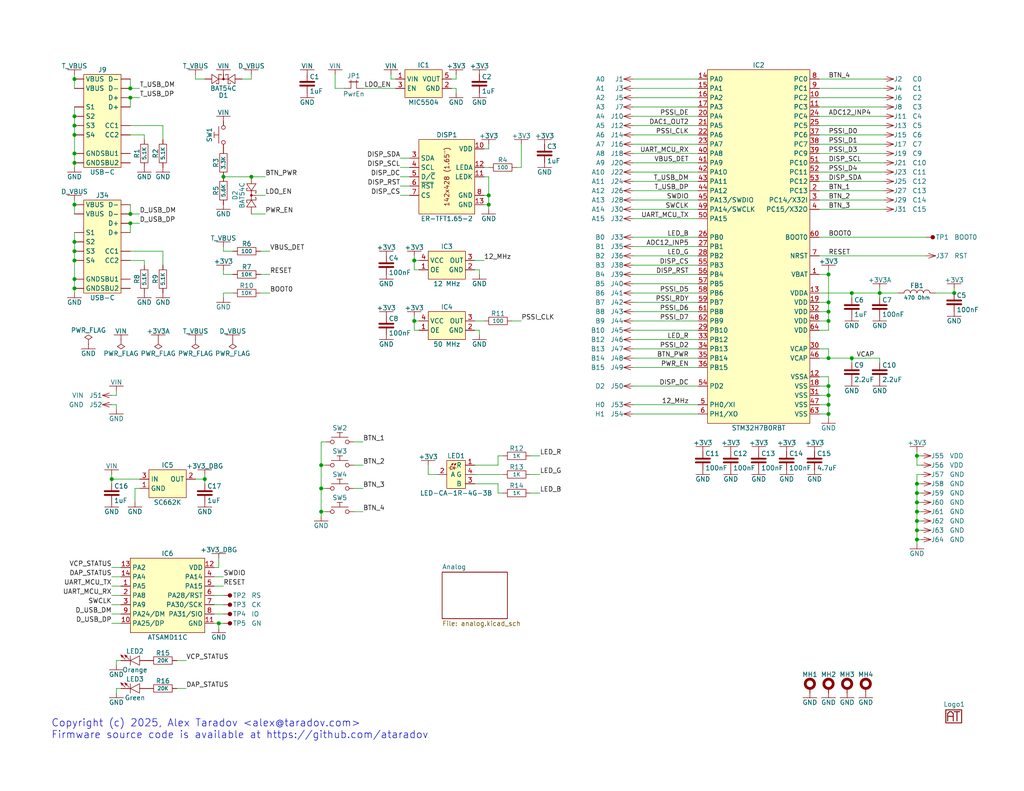
<source format=kicad_sch>
(kicad_sch (version 20250114) (generator "eeschema") (generator_version "9.0")
  (paper "USLetter")
  (title_block (date "2025-08-16") (rev "1"))
  (text "Copyright (c) 2025, Alex Taradov <alex@taradov.com>\nFirmware source code is available at https://github.com/ataradov" (at 13.97 201.93 0) (effects (font (size 2 2)) (justify left bottom)))
  (junction (at 232.41 97.79))
  (junction (at 59.69 170.18))
  (junction (at 87.63 127))
  (junction (at 250.19 124.46))
  (junction (at 113.03 87.63))
  (junction (at 133.35 53.34))
  (junction (at 20.32 41.91))
  (junction (at 20.32 55.88))
  (junction (at 20.32 44.45))
  (junction (at 20.32 68.58))
  (junction (at 226.06 97.79))
  (junction (at 87.63 133.35))
  (junction (at 250.19 132.08))
  (junction (at 226.06 87.63))
  (junction (at 20.32 76.2))
  (junction (at 250.19 134.62))
  (junction (at 20.32 78.74))
  (junction (at 250.19 137.16))
  (junction (at 232.41 80.01))
  (junction (at 30.48 130.81))
  (junction (at 260.35 80.01))
  (junction (at 20.32 34.29))
  (junction (at 226.06 85.09))
  (junction (at 226.06 105.41))
  (junction (at 55.88 130.81))
  (junction (at 250.19 139.7))
  (junction (at 226.06 74.93))
  (junction (at 240.03 80.01))
  (junction (at 35.56 60.96))
  (junction (at 35.56 26.67))
  (junction (at 250.19 147.32))
  (junction (at 20.32 36.83))
  (junction (at 226.06 82.55))
  (junction (at 133.35 55.88))
  (junction (at 226.06 107.95))
  (junction (at 20.32 71.12))
  (junction (at 35.56 24.13))
  (junction (at 20.32 31.75))
  (junction (at 250.19 142.24))
  (junction (at 60.96 48.26))
  (junction (at 20.32 66.04))
  (junction (at 35.56 58.42))
  (junction (at 250.19 144.78))
  (junction (at 226.06 113.03))
  (junction (at 113.03 71.12))
  (junction (at 226.06 110.49))
  (junction (at 87.63 139.7))
  (junction (at 68.58 48.26))
  (junction (at 20.32 21.59))
  (wire (pts (xy 60.96 73.66) (xy 60.96 74.93)))
  (wire (pts (xy 172.72 21.59) (xy 190.5 21.59)))
  (wire (pts (xy 109.22 45.72) (xy 111.76 45.72)))
  (wire (pts (xy 58.42 167.64) (xy 60.96 167.64)))
  (wire (pts (xy 135.89 132.08) (xy 129.54 132.08)))
  (wire (pts (xy 172.72 113.03) (xy 190.5 113.03)))
  (wire (pts (xy 255.27 80.01) (xy 260.35 80.01)))
  (wire (pts (xy 172.72 49.53) (xy 190.5 49.53)))
  (wire (pts (xy 240.03 97.79) (xy 240.03 99.06)))
  (wire (pts (xy 172.72 80.01) (xy 190.5 80.01)))
  (wire (pts (xy 144.78 134.62) (xy 147.32 134.62)))
  (wire (pts (xy 172.72 67.31) (xy 190.5 67.31)))
  (wire (pts (xy 107.95 21.59) (xy 106.68 21.59)))
  (wire (pts (xy 172.72 34.29) (xy 190.5 34.29)))
  (wire (pts (xy 31.75 189.23) (xy 31.75 187.96)))
  (wire (pts (xy 113.03 86.36) (xy 113.03 87.63)))
  (wire (pts (xy 250.19 137.16) (xy 251.46 137.16)))
  (wire (pts (xy 99.06 24.13) (xy 107.95 24.13)))
  (wire (pts (xy 109.22 48.26) (xy 111.76 48.26)))
  (wire (pts (xy 113.03 71.12) (xy 113.03 73.66)))
  (wire (pts (xy 20.32 66.04) (xy 20.32 68.58)))
  (wire (pts (xy 132.08 55.88) (xy 133.35 55.88)))
  (wire (pts (xy 124.46 24.13) (xy 124.46 25.4)))
  (wire (pts (xy 35.56 55.88) (xy 35.56 58.42)))
  (wire (pts (xy 135.89 124.46) (xy 135.89 127)))
  (wire (pts (xy 30.48 167.64) (xy 33.02 167.64)))
  (wire (pts (xy 30.48 160.02) (xy 33.02 160.02)))
  (wire (pts (xy 240.03 80.01) (xy 232.41 80.01)))
  (wire (pts (xy 20.32 76.2) (xy 20.32 78.74)))
  (wire (pts (xy 66.04 21.59) (xy 68.58 21.59)))
  (wire (pts (xy 48.26 180.34) (xy 50.8 180.34)))
  (wire (pts (xy 39.37 36.83) (xy 39.37 38.1)))
  (wire (pts (xy 30.48 165.1) (xy 33.02 165.1)))
  (wire (pts (xy 250.19 137.16) (xy 250.19 139.7)))
  (wire (pts (xy 31.75 187.96) (xy 33.02 187.96)))
  (wire (pts (xy 172.72 41.91) (xy 190.5 41.91)))
  (wire (pts (xy 30.48 154.94) (xy 33.02 154.94)))
  (wire (pts (xy 58.42 157.48) (xy 60.96 157.48)))
  (wire (pts (xy 87.63 120.65) (xy 87.63 127)))
  (wire (pts (xy 142.24 45.72) (xy 142.24 39.37)))
  (wire (pts (xy 223.52 21.59) (xy 241.3 21.59)))
  (wire (pts (xy 59.69 152.4) (xy 59.69 154.94)))
  (wire (pts (xy 30.48 129.54) (xy 30.48 130.81)))
  (wire (pts (xy 35.56 60.96) (xy 38.1 60.96)))
  (wire (pts (xy 113.03 73.66) (xy 114.3 73.66)))
  (wire (pts (xy 250.19 132.08) (xy 250.19 134.62)))
  (wire (pts (xy 172.72 69.85) (xy 190.5 69.85)))
  (wire (pts (xy 144.78 129.54) (xy 147.32 129.54)))
  (wire (pts (xy 68.58 48.26) (xy 72.39 48.26)))
  (wire (pts (xy 132.08 48.26) (xy 133.35 48.26)))
  (wire (pts (xy 96.52 127) (xy 99.06 127)))
  (wire (pts (xy 87.63 127) (xy 87.63 133.35)))
  (wire (pts (xy 223.52 52.07) (xy 241.3 52.07)))
  (wire (pts (xy 226.06 74.93) (xy 226.06 82.55)))
  (wire (pts (xy 251.46 129.54) (xy 250.19 129.54)))
  (wire (pts (xy 172.72 74.93) (xy 190.5 74.93)))
  (wire (pts (xy 172.72 26.67) (xy 190.5 26.67)))
  (wire (pts (xy 223.52 34.29) (xy 241.3 34.29)))
  (wire (pts (xy 109.22 53.34) (xy 111.76 53.34)))
  (wire (pts (xy 30.48 157.48) (xy 33.02 157.48)))
  (wire (pts (xy 232.41 80.01) (xy 232.41 81.28)))
  (wire (pts (xy 226.06 82.55) (xy 226.06 85.09)))
  (wire (pts (xy 68.58 21.59) (xy 68.58 20.32)))
  (wire (pts (xy 55.88 130.81) (xy 55.88 132.08)))
  (wire (pts (xy 144.78 124.46) (xy 147.32 124.46)))
  (wire (pts (xy 39.37 71.12) (xy 39.37 72.39)))
  (wire (pts (xy 132.08 40.64) (xy 133.35 40.64)))
  (wire (pts (xy 59.69 170.18) (xy 60.96 170.18)))
  (wire (pts (xy 226.06 97.79) (xy 232.41 97.79)))
  (wire (pts (xy 87.63 127) (xy 88.9 127)))
  (wire (pts (xy 123.19 21.59) (xy 124.46 21.59)))
  (wire (pts (xy 172.72 46.99) (xy 190.5 46.99)))
  (wire (pts (xy 59.69 170.18) (xy 59.69 171.45)))
  (wire (pts (xy 223.52 87.63) (xy 226.06 87.63)))
  (wire (pts (xy 129.54 71.12) (xy 132.08 71.12)))
  (wire (pts (xy 232.41 97.79) (xy 232.41 99.06)))
  (wire (pts (xy 223.52 97.79) (xy 226.06 97.79)))
  (wire (pts (xy 137.16 134.62) (xy 135.89 134.62)))
  (wire (pts (xy 91.44 24.13) (xy 93.98 24.13)))
  (wire (pts (xy 73.66 74.93) (xy 71.12 74.93)))
  (wire (pts (xy 140.97 45.72) (xy 142.24 45.72)))
  (wire (pts (xy 133.35 55.88) (xy 133.35 57.15)))
  (wire (pts (xy 60.96 80.01) (xy 60.96 81.28)))
  (wire (pts (xy 223.52 31.75) (xy 241.3 31.75)))
  (wire (pts (xy 87.63 133.35) (xy 88.9 133.35)))
  (wire (pts (xy 172.72 57.15) (xy 190.5 57.15)))
  (wire (pts (xy 31.75 110.49) (xy 31.75 111.76)))
  (wire (pts (xy 172.72 29.21) (xy 190.5 29.21)))
  (wire (pts (xy 226.06 110.49) (xy 226.06 107.95)))
  (wire (pts (xy 223.52 26.67) (xy 241.3 26.67)))
  (wire (pts (xy 35.56 36.83) (xy 39.37 36.83)))
  (wire (pts (xy 55.88 129.54) (xy 55.88 130.81)))
  (wire (pts (xy 60.96 68.58) (xy 63.5 68.58)))
  (wire (pts (xy 137.16 129.54) (xy 129.54 129.54)))
  (wire (pts (xy 35.56 24.13) (xy 38.1 24.13)))
  (wire (pts (xy 172.72 72.39) (xy 190.5 72.39)))
  (wire (pts (xy 30.48 162.56) (xy 33.02 162.56)))
  (wire (pts (xy 135.89 127) (xy 129.54 127)))
  (wire (pts (xy 223.52 64.77) (xy 252.73 64.77)))
  (wire (pts (xy 60.96 67.31) (xy 60.96 68.58)))
  (wire (pts (xy 35.56 34.29) (xy 44.45 34.29)))
  (wire (pts (xy 250.19 139.7) (xy 250.19 142.24)))
  (wire (pts (xy 20.32 29.21) (xy 20.32 31.75)))
  (wire (pts (xy 129.54 90.17) (xy 130.81 90.17)))
  (wire (pts (xy 130.81 73.66) (xy 130.81 74.93)))
  (wire (pts (xy 226.06 114.3) (xy 226.06 113.03)))
  (wire (pts (xy 31.75 180.34) (xy 33.02 180.34)))
  (wire (pts (xy 250.19 124.46) (xy 250.19 127)))
  (wire (pts (xy 58.42 170.18) (xy 59.69 170.18)))
  (wire (pts (xy 223.52 105.41) (xy 226.06 105.41)))
  (wire (pts (xy 91.44 20.32) (xy 91.44 24.13)))
  (wire (pts (xy 223.52 90.17) (xy 226.06 90.17)))
  (wire (pts (xy 223.52 110.49) (xy 226.06 110.49)))
  (wire (pts (xy 137.16 124.46) (xy 135.89 124.46)))
  (wire (pts (xy 223.52 39.37) (xy 241.3 39.37)))
  (wire (pts (xy 223.52 36.83) (xy 241.3 36.83)))
  (wire (pts (xy 250.19 147.32) (xy 250.19 148.59)))
  (wire (pts (xy 53.34 130.81) (xy 55.88 130.81)))
  (wire (pts (xy 20.32 36.83) (xy 20.32 41.91)))
  (wire (pts (xy 172.72 31.75) (xy 190.5 31.75)))
  (wire (pts (xy 172.72 97.79) (xy 190.5 97.79)))
  (wire (pts (xy 20.32 21.59) (xy 20.32 24.13)))
  (wire (pts (xy 226.06 87.63) (xy 226.06 90.17)))
  (wire (pts (xy 172.72 82.55) (xy 190.5 82.55)))
  (wire (pts (xy 113.03 71.12) (xy 114.3 71.12)))
  (wire (pts (xy 226.06 97.79) (xy 226.06 95.25)))
  (wire (pts (xy 58.42 154.94) (xy 59.69 154.94)))
  (wire (pts (xy 30.48 130.81) (xy 38.1 130.81)))
  (wire (pts (xy 223.52 41.91) (xy 241.3 41.91)))
  (wire (pts (xy 35.56 68.58) (xy 44.45 68.58)))
  (wire (pts (xy 60.96 48.26) (xy 68.58 48.26)))
  (wire (pts (xy 223.52 57.15) (xy 241.3 57.15)))
  (wire (pts (xy 63.5 80.01) (xy 60.96 80.01)))
  (wire (pts (xy 172.72 36.83) (xy 190.5 36.83)))
  (wire (pts (xy 116.84 127) (xy 116.84 129.54)))
  (wire (pts (xy 223.52 107.95) (xy 226.06 107.95)))
  (wire (pts (xy 172.72 59.69) (xy 190.5 59.69)))
  (wire (pts (xy 30.48 107.95) (xy 31.75 107.95)))
  (wire (pts (xy 55.88 21.59) (xy 53.34 21.59)))
  (wire (pts (xy 48.26 187.96) (xy 50.8 187.96)))
  (wire (pts (xy 250.19 144.78) (xy 251.46 144.78)))
  (wire (pts (xy 44.45 68.58) (xy 44.45 72.39)))
  (wire (pts (xy 129.54 73.66) (xy 130.81 73.66)))
  (wire (pts (xy 223.52 82.55) (xy 226.06 82.55)))
  (wire (pts (xy 172.72 77.47) (xy 190.5 77.47)))
  (wire (pts (xy 129.54 87.63) (xy 132.08 87.63)))
  (wire (pts (xy 20.32 44.45) (xy 20.32 45.72)))
  (wire (pts (xy 172.72 39.37) (xy 190.5 39.37)))
  (wire (pts (xy 223.52 80.01) (xy 232.41 80.01)))
  (wire (pts (xy 69.85 53.34) (xy 72.39 53.34)))
  (wire (pts (xy 226.06 73.66) (xy 226.06 74.93)))
  (wire (pts (xy 172.72 44.45) (xy 190.5 44.45)))
  (wire (pts (xy 223.52 46.99) (xy 241.3 46.99)))
  (wire (pts (xy 250.19 127) (xy 251.46 127)))
  (wire (pts (xy 68.58 58.42) (xy 72.39 58.42)))
  (wire (pts (xy 139.7 87.63) (xy 142.24 87.63)))
  (wire (pts (xy 36.83 133.35) (xy 36.83 137.16)))
  (wire (pts (xy 223.52 49.53) (xy 241.3 49.53)))
  (wire (pts (xy 172.72 64.77) (xy 190.5 64.77)))
  (wire (pts (xy 132.08 53.34) (xy 133.35 53.34)))
  (wire (pts (xy 20.32 31.75) (xy 20.32 34.29)))
  (wire (pts (xy 250.19 134.62) (xy 250.19 137.16)))
  (wire (pts (xy 172.72 92.71) (xy 190.5 92.71)))
  (wire (pts (xy 87.63 133.35) (xy 87.63 139.7)))
  (wire (pts (xy 123.19 24.13) (xy 124.46 24.13)))
  (wire (pts (xy 250.19 147.32) (xy 251.46 147.32)))
  (wire (pts (xy 172.72 24.13) (xy 190.5 24.13)))
  (wire (pts (xy 172.72 110.49) (xy 190.5 110.49)))
  (wire (pts (xy 223.52 102.87) (xy 226.06 102.87)))
  (wire (pts (xy 109.22 43.18) (xy 111.76 43.18)))
  (wire (pts (xy 20.32 20.32) (xy 20.32 21.59)))
  (wire (pts (xy 20.32 41.91) (xy 20.32 44.45)))
  (wire (pts (xy 35.56 58.42) (xy 38.1 58.42)))
  (wire (pts (xy 20.32 78.74) (xy 20.32 80.01)))
  (wire (pts (xy 250.19 124.46) (xy 251.46 124.46)))
  (wire (pts (xy 113.03 69.85) (xy 113.03 71.12)))
  (wire (pts (xy 133.35 45.72) (xy 132.08 45.72)))
  (wire (pts (xy 133.35 53.34) (xy 133.35 55.88)))
  (wire (pts (xy 96.52 120.65) (xy 99.06 120.65)))
  (wire (pts (xy 223.52 44.45) (xy 241.3 44.45)))
  (wire (pts (xy 53.34 21.59) (xy 53.34 20.32)))
  (wire (pts (xy 250.19 144.78) (xy 250.19 147.32)))
  (wire (pts (xy 35.56 26.67) (xy 38.1 26.67)))
  (wire (pts (xy 35.56 26.67) (xy 35.56 29.21)))
  (wire (pts (xy 223.52 113.03) (xy 226.06 113.03)))
  (wire (pts (xy 250.19 139.7) (xy 251.46 139.7)))
  (wire (pts (xy 113.03 87.63) (xy 113.03 90.17)))
  (wire (pts (xy 119.38 129.54) (xy 116.84 129.54)))
  (wire (pts (xy 106.68 20.32) (xy 106.68 21.59)))
  (wire (pts (xy 71.12 68.58) (xy 73.66 68.58)))
  (wire (pts (xy 88.9 120.65) (xy 87.63 120.65)))
  (wire (pts (xy 73.66 80.01) (xy 71.12 80.01)))
  (wire (pts (xy 135.89 134.62) (xy 135.89 132.08)))
  (wire (pts (xy 133.35 48.26) (xy 133.35 53.34)))
  (wire (pts (xy 87.63 139.7) (xy 88.9 139.7)))
  (wire (pts (xy 20.32 34.29) (xy 20.32 36.83)))
  (wire (pts (xy 223.52 24.13) (xy 241.3 24.13)))
  (wire (pts (xy 223.52 29.21) (xy 241.3 29.21)))
  (wire (pts (xy 113.03 90.17) (xy 114.3 90.17)))
  (wire (pts (xy 58.42 160.02) (xy 60.96 160.02)))
  (wire (pts (xy 223.52 85.09) (xy 226.06 85.09)))
  (wire (pts (xy 20.32 55.88) (xy 20.32 58.42)))
  (wire (pts (xy 223.52 74.93) (xy 226.06 74.93)))
  (wire (pts (xy 30.48 170.18) (xy 33.02 170.18)))
  (wire (pts (xy 250.19 142.24) (xy 250.19 144.78)))
  (wire (pts (xy 240.03 80.01) (xy 240.03 81.28)))
  (wire (pts (xy 96.52 133.35) (xy 99.06 133.35)))
  (wire (pts (xy 35.56 60.96) (xy 35.56 63.5)))
  (wire (pts (xy 133.35 39.37) (xy 133.35 40.64)))
  (wire (pts (xy 58.42 165.1) (xy 60.96 165.1)))
  (wire (pts (xy 240.03 78.74) (xy 240.03 80.01)))
  (wire (pts (xy 172.72 100.33) (xy 190.5 100.33)))
  (wire (pts (xy 232.41 97.79) (xy 240.03 97.79)))
  (wire (pts (xy 87.63 139.7) (xy 87.63 140.97)))
  (wire (pts (xy 35.56 21.59) (xy 35.56 24.13)))
  (wire (pts (xy 109.22 50.8) (xy 111.76 50.8)))
  (wire (pts (xy 223.52 54.61) (xy 241.3 54.61)))
  (wire (pts (xy 31.75 107.95) (xy 31.75 106.68)))
  (wire (pts (xy 113.03 87.63) (xy 114.3 87.63)))
  (wire (pts (xy 30.48 110.49) (xy 31.75 110.49)))
  (wire (pts (xy 96.52 139.7) (xy 99.06 139.7)))
  (wire (pts (xy 250.19 142.24) (xy 251.46 142.24)))
  (wire (pts (xy 20.32 68.58) (xy 20.32 71.12)))
  (wire (pts (xy 251.46 134.62) (xy 250.19 134.62)))
  (wire (pts (xy 44.45 34.29) (xy 44.45 38.1)))
  (wire (pts (xy 35.56 71.12) (xy 39.37 71.12)))
  (wire (pts (xy 20.32 71.12) (xy 20.32 76.2)))
  (wire (pts (xy 223.52 95.25) (xy 226.06 95.25)))
  (wire (pts (xy 250.19 129.54) (xy 250.19 132.08)))
  (wire (pts (xy 260.35 80.01) (xy 260.35 78.74)))
  (wire (pts (xy 226.06 113.03) (xy 226.06 110.49)))
  (wire (pts (xy 226.06 107.95) (xy 226.06 105.41)))
  (wire (pts (xy 31.75 181.61) (xy 31.75 180.34)))
  (wire (pts (xy 250.19 132.08) (xy 251.46 132.08)))
  (wire (pts (xy 172.72 87.63) (xy 190.5 87.63)))
  (wire (pts (xy 223.52 69.85) (xy 252.73 69.85)))
  (wire (pts (xy 250.19 123.19) (xy 250.19 124.46)))
  (wire (pts (xy 172.72 105.41) (xy 190.5 105.41)))
  (wire (pts (xy 245.11 80.01) (xy 240.03 80.01)))
  (wire (pts (xy 172.72 95.25) (xy 190.5 95.25)))
  (wire (pts (xy 172.72 90.17) (xy 190.5 90.17)))
  (wire (pts (xy 20.32 63.5) (xy 20.32 66.04)))
  (wire (pts (xy 30.48 132.08) (xy 30.48 130.81)))
  (wire (pts (xy 58.42 162.56) (xy 60.96 162.56)))
  (wire (pts (xy 226.06 85.09) (xy 226.06 87.63)))
  (wire (pts (xy 130.81 90.17) (xy 130.81 91.44)))
  (wire (pts (xy 20.32 54.61) (xy 20.32 55.88)))
  (wire (pts (xy 124.46 20.32) (xy 124.46 21.59)))
  (wire (pts (xy 38.1 133.35) (xy 36.83 133.35)))
  (wire (pts (xy 226.06 105.41) (xy 226.06 102.87)))
  (wire (pts (xy 172.72 54.61) (xy 190.5 54.61)))
  (wire (pts (xy 63.5 74.93) (xy 60.96 74.93)))
  (wire (pts (xy 172.72 52.07) (xy 190.5 52.07)))
  (wire (pts (xy 172.72 85.09) (xy 190.5 85.09)))
  (label "ADC12_INP4" (at 226.06 31.75 0))
  (label "DISP_RST" (at 187.96 74.93 180))
  (label "T_USB_DP" (at 38.1 26.67 0))
  (label "ADC12_INP5" (at 187.96 67.31 180))
  (label "LED_R" (at 147.32 124.46 0))
  (label "DISP_DC" (at 109.22 48.26 180))
  (label "DISP_SDA" (at 109.22 43.18 180))
  (label "LED_G" (at 147.32 129.54 0))
  (label "PSSI_D6" (at 187.96 85.09 180))
  (label "UART_MCU_TX" (at 187.96 59.69 180))
  (label "UART_MCU_RX" (at 187.96 41.91 180))
  (label "BTN_3" (at 226.06 57.15 0))
  (label "LED_B" (at 147.32 134.62 0))
  (label "VCAP" (at 233.68 97.79 0))
  (label "PSSI_D4" (at 226.06 46.99 0))
  (label "D_USB_DP" (at 38.1 60.96 0))
  (label "PSSI_D0" (at 226.06 36.83 0))
  (label "LDO_EN" (at 72.39 53.34 0))
  (label "BTN_4" (at 99.06 139.7 0))
  (label "12_MHz" (at 187.96 110.49 180))
  (label "RESET" (at 73.66 74.93 0))
  (label "BOOT0" (at 73.66 80.01 0))
  (label "BTN_2" (at 99.06 127 0))
  (label "SWDIO" (at 60.96 157.48 0))
  (label "DISP_RST" (at 109.22 50.8 180))
  (label "DISP_SCL" (at 109.22 45.72 180))
  (label "RESET" (at 60.96 160.02 0))
  (label "PSSI_D1" (at 226.06 39.37 0))
  (label "D_USB_DM" (at 38.1 58.42 0))
  (label "DAP_STATUS" (at 30.48 157.48 180))
  (label "LED_R" (at 187.96 92.71 180))
  (label "BTN_4" (at 226.06 21.59 0))
  (label "DISP_SDA" (at 226.06 49.53 0))
  (label "PSSI_DE" (at 187.96 31.75 180))
  (label "PWR_EN" (at 72.39 58.42 0))
  (label "T_USB_DM" (at 38.1 24.13 0))
  (label "PSSI_D5" (at 187.96 80.01 180))
  (label "VCP_STATUS" (at 50.8 180.34 0))
  (label "UART_MCU_TX" (at 30.48 160.02 180))
  (label "SWDIO" (at 187.96 54.61 180))
  (label "PSSI_D7" (at 187.96 87.63 180))
  (label "RESET" (at 226.06 69.85 0))
  (label "BTN_1" (at 226.06 52.07 0))
  (label "BOOT0" (at 226.06 64.77 0))
  (label "12_MHz" (at 132.08 71.12 0))
  (label "BTN_2" (at 226.06 54.61 0))
  (label "D_USB_DP" (at 30.48 170.18 180))
  (label "BTN_3" (at 99.06 133.35 0))
  (label "UART_MCU_RX" (at 30.48 162.56 180))
  (label "D_USB_DM" (at 30.48 167.64 180))
  (label "SWCLK" (at 187.96 57.15 180))
  (label "DAP_STATUS" (at 50.8 187.96 0))
  (label "BTN_PWR" (at 187.96 97.79 180))
  (label "PSSI_RDY" (at 187.96 82.55 180))
  (label "DISP_CS" (at 109.22 53.34 180))
  (label "LDO_EN" (at 106.68 24.13 180))
  (label "DISP_SCL" (at 226.06 44.45 0))
  (label "PSSI_D3" (at 226.06 41.91 0))
  (label "BTN_PWR" (at 72.39 48.26 0))
  (label "VCP_STATUS" (at 30.48 154.94 180))
  (label "SWCLK" (at 30.48 165.1 180))
  (label "PSSI_D2" (at 187.96 95.25 180))
  (label "T_USB_DP" (at 187.96 52.07 180))
  (label "DAC1_OUT2" (at 187.96 34.29 180))
  (label "PSSI_CLK" (at 187.96 36.83 180))
  (label "BTN_1" (at 99.06 120.65 0))
  (label "DISP_DC" (at 187.96 105.41 180))
  (label "T_USB_DM" (at 187.96 49.53 180))
  (label "DISP_CS" (at 187.96 72.39 180))
  (label "VBUS_DET" (at 73.66 68.58 0))
  (label "LED_B" (at 187.96 64.77 180))
  (label "LED_G" (at 187.96 69.85 180))
  (label "VBUS_DET" (at 187.96 44.45 180))
  (label "PWR_EN" (at 187.96 100.33 180))
  (label "PSSI_CLK" (at 142.24 87.63 0))
  (symbol (lib_id "ataradov_conn:Conn-Single") (at 172.72 52.07 0) (mirror y) (unit 1)
    (property "Reference" "J26" (at 170.18 52.07 0) (effects (justify left)))
    (property "Value" "A12" (at 165.1 52.07 0) (effects (justify left)))
    (property "Footprint" "ataradov_conn:Pin-2.54mm" (effects (hide yes)))
  )
  (symbol (lib_id "ataradov_led:LED") (at 36.83 180.34 0) (mirror y) (unit 1)
    (property "Reference" "LED2" (at 36.83 177.8 0))
    (property "Value" "Orange" (at 36.83 182.88 0))
    (property "Footprint" "ataradov_smd:0603_LED" (effects (hide yes)))
  )
  (symbol (lib_id "ataradov_pwr:GND") (at 31.75 189.23 0) (unit 1)
    (property "Reference" "#PWR076" (effects (hide yes)))
    (property "Value" "GND" (at 31.75 191.77 0))
  )
  (symbol (lib_id "ataradov_rlc:C") (at 105.41 72.39 0) (unit 1)
    (property "Reference" "C4" (at 106.045 70.485 0) (effects (justify left)))
    (property "Value" "100nF" (at 106.045 74.422 0) (effects (justify left)))
    (property "Footprint" "ataradov_smd:0603" (effects (hide yes)))
  )
  (symbol (lib_id "ataradov_pwr:GND") (at 207.01 128.27 0) (unit 1)
    (property "Reference" "#PWR063" (effects (hide yes)))
    (property "Value" "GND" (at 207.01 130.81 0))
  )
  (symbol (lib_id "ataradov_rlc:C") (at 130.81 22.86 0) (unit 1)
    (property "Reference" "C2" (at 131.445 20.955 0) (effects (justify left)))
    (property "Value" "1uF" (at 131.445 24.892 0) (effects (justify left)))
    (property "Footprint" "ataradov_smd:0603" (effects (hide yes)))
  )
  (symbol (lib_id "ataradov_rlc:C") (at 105.41 88.9 0) (unit 1)
    (property "Reference" "C8" (at 106.045 86.995 0) (effects (justify left)))
    (property "Value" "100nF" (at 106.045 90.932 0) (effects (justify left)))
    (property "Footprint" "ataradov_smd:0603" (effects (hide yes)))
  )
  (symbol (lib_id "ataradov_pwr:GND") (at 148.59 44.45 0) (unit 1)
    (property "Reference" "#PWR017" (effects (hide yes)))
    (property "Value" "GND" (at 148.59 46.99 0))
  )
  (symbol (lib_id "ataradov_pwr:GND") (at 240.03 86.36 0) (unit 1)
    (property "Reference" "#PWR041" (effects (hide yes)))
    (property "Value" "GND" (at 240.03 88.9 0))
  )
  (symbol (lib_id "ataradov_pwr:GND") (at 250.19 148.59 0) (unit 1)
    (property "Reference" "#PWR072" (effects (hide yes)))
    (property "Value" "GND" (at 250.19 151.13 0))
  )
  (symbol (lib_id "ataradov_pwr:GND") (at 199.39 128.27 0) (unit 1)
    (property "Reference" "#PWR062" (effects (hide yes)))
    (property "Value" "GND" (at 199.39 130.81 0))
  )
  (symbol (lib_id "ataradov_pwr:GND") (at 39.37 45.72 0) (unit 1)
    (property "Reference" "#PWR019" (effects (hide yes)))
    (property "Value" "GND" (at 39.37 48.26 0))
  )
  (symbol (lib_id "ataradov_conn:Conn-Single") (at 241.3 46.99 0) (unit 1)
    (property "Reference" "J23" (at 243.84 46.99 0) (effects (justify left)))
    (property "Value" "C11" (at 248.92 46.99 0) (effects (justify left)))
    (property "Footprint" "ataradov_conn:Pin-2.54mm" (effects (hide yes)))
  )
  (symbol (lib_id "ataradov_pwr:+3V3") (at 60.96 33.02 0) (unit 1)
    (property "Reference" "#PWR013" (effects (hide yes)))
    (property "Value" "VIN" (at 60.96 30.734 0))
  )
  (symbol (lib_id "ataradov_pwr:GND") (at 214.63 128.27 0) (unit 1)
    (property "Reference" "#PWR064" (effects (hide yes)))
    (property "Value" "GND" (at 214.63 130.81 0))
  )
  (symbol (lib_id "ataradov_pwr:+3V3") (at 113.03 86.36 0) (unit 1)
    (property "Reference" "#PWR039" (effects (hide yes)))
    (property "Value" "+3V3" (at 113.03 84.074 0))
  )
  (symbol (lib_id "ataradov_conn:Conn-Single") (at 252.73 69.85 0) (unit 1)
    (property "Reference" "J37" (at 255.27 69.85 0) (effects (justify left)))
    (property "Value" "RST" (at 260.35 69.85 0) (effects (justify left)))
    (property "Footprint" "ataradov_conn:Pin-2.54mm" (effects (hide yes)))
  )
  (symbol (lib_id "ataradov_vreg:MIC5504") (at 115.57 21.59 0) (unit 1)
    (property "Reference" "IC1" (at 115.57 17.78 0))
    (property "Value" "MIC5504" (at 115.57 27.94 0))
    (property "Footprint" "ataradov_ic:SOT-23-5" (effects (hide yes)))
  )
  (symbol (lib_id "ataradov_rlc:C") (at 214.63 125.73 0) (unit 1)
    (property "Reference" "C14" (at 215.265 123.825 0) (effects (justify left)))
    (property "Value" "100nF" (at 215.265 127.762 0) (effects (justify left)))
    (property "Footprint" "ataradov_smd:0603" (effects (hide yes)))
  )
  (symbol (lib_id "ataradov_rlc:R") (at 67.31 80.01 0) (mirror y) (unit 1)
    (property "Reference" "R10" (at 67.31 77.978 0))
    (property "Value" "10K" (at 67.31 80.01 0) (effects (font (size 1.016 1.016))))
    (property "Footprint" "ataradov_smd:0603" (effects (hide yes)))
  )
  (symbol (lib_id "ataradov_rlc:C") (at 222.25 125.73 0) (unit 1)
    (property "Reference" "C15" (at 222.885 123.825 0) (effects (justify left)))
    (property "Value" "4.7uF" (at 222.885 127.762 0) (effects (justify left)))
    (property "Footprint" "ataradov_smd:0603" (effects (hide yes)))
  )
  (symbol (lib_id "ataradov_rlc:C") (at 55.88 134.62 0) (unit 1)
    (property "Reference" "C17" (at 56.515 132.715 0) (effects (justify left)))
    (property "Value" "1uF" (at 56.515 136.652 0) (effects (justify left)))
    (property "Footprint" "ataradov_smd:0603" (effects (hide yes)))
  )
  (symbol (lib_id "ataradov_misc:TestPoint") (at 60.96 170.18 0) (unit 1)
    (property "Reference" "TP5" (at 63.5 170.18 0) (effects (justify left)))
    (property "Value" "GN" (at 68.58 170.18 0) (effects (justify left)))
    (property "Footprint" "ataradov_misc:TestPoint-1.27mm-SMD" (effects (hide yes)))
  )
  (symbol (lib_id "ataradov_conn:Conn-Single") (at 241.3 39.37 0) (unit 1)
    (property "Reference" "J17" (at 243.84 39.37 0) (effects (justify left)))
    (property "Value" "C7" (at 248.92 39.37 0) (effects (justify left)))
    (property "Footprint" "ataradov_conn:Pin-2.54mm" (effects (hide yes)))
  )
  (symbol (lib_id "ataradov_conn:Conn-Single") (at 251.46 132.08 0) (unit 1)
    (property "Reference" "J58" (at 254 132.08 0) (effects (justify left)))
    (property "Value" "GND" (at 259.08 132.08 0) (effects (justify left)))
    (property "Footprint" "ataradov_conn:Pin-2.54mm" (effects (hide yes)))
  )
  (symbol (lib_id "ataradov_conn:Conn-Single") (at 172.72 59.69 0) (mirror y) (unit 1)
    (property "Reference" "J32" (at 170.18 59.69 0) (effects (justify left)))
    (property "Value" "A15" (at 165.1 59.69 0) (effects (justify left)))
    (property "Footprint" "ataradov_conn:Pin-2.54mm" (effects (hide yes)))
  )
  (symbol (lib_id "ataradov_conn:Conn-Single") (at 251.46 129.54 0) (unit 1)
    (property "Reference" "J57" (at 254 129.54 0) (effects (justify left)))
    (property "Value" "GND" (at 259.08 129.54 0) (effects (justify left)))
    (property "Footprint" "ataradov_conn:Pin-2.54mm" (effects (hide yes)))
  )
  (symbol (lib_id "ataradov_pwr:+3V3") (at 207.01 123.19 0) (unit 1)
    (property "Reference" "#PWR056" (effects (hide yes)))
    (property "Value" "+3V3" (at 207.01 120.904 0))
  )
  (symbol (lib_id "ataradov_pwr:+3V3") (at 226.06 73.66 0) (unit 1)
    (property "Reference" "#PWR028" (effects (hide yes)))
    (property "Value" "+3V3" (at 226.06 71.374 0))
  )
  (symbol (lib_id "ataradov_conn:Conn-Single") (at 30.48 107.95 0) (mirror y) (unit 1)
    (property "Reference" "J51" (at 27.94 107.95 0) (effects (justify left)))
    (property "Value" "VIN" (at 22.86 107.95 0) (effects (justify left)))
    (property "Footprint" "ataradov_conn:Pin-2.54mm" (effects (hide yes)))
  )
  (symbol (lib_id "ataradov_rlc:C") (at 240.03 101.6 0) (unit 1)
    (property "Reference" "C10" (at 240.665 99.695 0) (effects (justify left)))
    (property "Value" "2.2uF" (at 240.665 103.632 0) (effects (justify left)))
    (property "Footprint" "ataradov_smd:0603" (effects (hide yes)))
  )
  (symbol (lib_id "ataradov_rlc:C") (at 232.41 83.82 0) (unit 1)
    (property "Reference" "C6" (at 233.045 81.915 0) (effects (justify left)))
    (property "Value" "1uF" (at 233.045 85.852 0) (effects (justify left)))
    (property "Footprint" "ataradov_smd:0603" (effects (hide yes)))
  )
  (symbol (lib_id "ataradov_conn:Conn-Single") (at 172.72 100.33 0) (mirror y) (unit 1)
    (property "Reference" "J49" (at 170.18 100.33 0) (effects (justify left)))
    (property "Value" "B15" (at 165.1 100.33 0) (effects (justify left)))
    (property "Footprint" "ataradov_conn:Pin-2.54mm" (effects (hide yes)))
  )
  (symbol (lib_id "ataradov_conn:Conn-Single") (at 30.48 110.49 0) (mirror y) (unit 1)
    (property "Reference" "J52" (at 27.94 110.49 0) (effects (justify left)))
    (property "Value" "GND" (at 22.86 110.49 0) (effects (justify left)))
    (property "Footprint" "ataradov_conn:Pin-2.54mm" (effects (hide yes)))
  )
  (symbol (lib_id "ataradov_mcu:ATSAMD11C") (at 45.72 162.56 0) (unit 1)
    (property "Reference" "IC6" (at 45.72 151.13 0))
    (property "Value" "ATSAMD11C" (at 45.72 173.99 0))
    (property "Footprint" "ataradov_ic:SOIC-14" (effects (hide yes)))
  )
  (symbol (lib_id "ataradov_conn:Conn-Single") (at 172.72 113.03 0) (mirror y) (unit 1)
    (property "Reference" "J54" (at 170.18 113.03 0) (effects (justify left)))
    (property "Value" "H1" (at 165.1 113.03 0) (effects (justify left)))
    (property "Footprint" "ataradov_conn:Pin-2.54mm" (effects (hide yes)))
  )
  (symbol (lib_id "ataradov_pwr:GND") (at 130.81 25.4 0) (unit 1)
    (property "Reference" "#PWR012" (effects (hide yes)))
    (property "Value" "GND" (at 130.81 27.94 0))
  )
  (symbol (lib_id "ataradov_pwr:GND") (at 44.45 80.01 0) (unit 1)
    (property "Reference" "#PWR035" (effects (hide yes)))
    (property "Value" "GND" (at 44.45 82.55 0))
  )
  (symbol (lib_id "ataradov_rlc:R") (at 135.89 87.63 0) (unit 1)
    (property "Reference" "R11" (at 135.89 85.598 0))
    (property "Value" "100" (at 135.89 87.63 0) (effects (font (size 1.016 1.016))))
    (property "Footprint" "ataradov_smd:0603" (effects (hide yes)))
  )
  (symbol (lib_id "ataradov_pwr:+3V3") (at 148.59 39.37 0) (unit 1)
    (property "Reference" "#PWR016" (effects (hide yes)))
    (property "Value" "+3V3" (at 148.59 37.084 0))
  )
  (symbol (lib_id "ataradov_pwr:GND") (at 124.46 25.4 0) (unit 1)
    (property "Reference" "#PWR011" (effects (hide yes)))
    (property "Value" "GND" (at 124.46 27.94 0))
  )
  (symbol (lib_id "ataradov_conn:Conn-Single") (at 241.3 29.21 0) (unit 1)
    (property "Reference" "J8" (at 243.84 29.21 0) (effects (justify left)))
    (property "Value" "C3" (at 248.92 29.21 0) (effects (justify left)))
    (property "Footprint" "ataradov_conn:Pin-2.54mm" (effects (hide yes)))
  )
  (symbol (lib_id "ataradov_pwr:+3V3") (at 142.24 39.37 0) (unit 1)
    (property "Reference" "#PWR015" (effects (hide yes)))
    (property "Value" "+3V3" (at 142.24 37.084 0))
  )
  (symbol (lib_id "ataradov_pwr:+3V3") (at 222.25 123.19 0) (unit 1)
    (property "Reference" "#PWR058" (effects (hide yes)))
    (property "Value" "+3V3" (at 222.25 120.904 0))
  )
  (symbol (lib_id "ataradov_conn:Conn-Single") (at 241.3 57.15 0) (unit 1)
    (property "Reference" "J31" (at 243.84 57.15 0) (effects (justify left)))
    (property "Value" "C15" (at 248.92 57.15 0) (effects (justify left)))
    (property "Footprint" "ataradov_conn:Pin-2.54mm" (effects (hide yes)))
  )
  (symbol (lib_id "ataradov_conn:Conn-Single") (at 172.72 29.21 0) (mirror y) (unit 1)
    (property "Reference" "J7" (at 170.18 29.21 0) (effects (justify left)))
    (property "Value" "A3" (at 165.1 29.21 0) (effects (justify left)))
    (property "Footprint" "ataradov_conn:Pin-2.54mm" (effects (hide yes)))
  )
  (symbol (lib_id "ataradov_conn:Conn-Single") (at 172.72 105.41 0) (mirror y) (unit 1)
    (property "Reference" "J50" (at 170.18 105.41 0) (effects (justify left)))
    (property "Value" "D2" (at 165.1 105.41 0) (effects (justify left)))
    (property "Footprint" "ataradov_conn:Pin-2.54mm" (effects (hide yes)))
  )
  (symbol (lib_id "ataradov_rlc:R") (at 60.96 44.45 90) (unit 1)
    (property "Reference" "R3" (at 58.928 44.45 0))
    (property "Value" "3.3K" (at 60.96 44.45 0) (effects (font (size 1.016 1.016))))
    (property "Footprint" "ataradov_smd:0603" (effects (hide yes)))
  )
  (symbol (lib_id "ataradov_pwr:GND") (at 222.25 128.27 0) (unit 1)
    (property "Reference" "#PWR065" (effects (hide yes)))
    (property "Value" "GND" (at 222.25 130.81 0))
  )
  (symbol (lib_id "ataradov_pwr:GND") (at 232.41 86.36 0) (unit 1)
    (property "Reference" "#PWR040" (effects (hide yes)))
    (property "Value" "GND" (at 232.41 88.9 0))
  )
  (symbol (lib_id "ataradov_rlc:C") (at 148.59 41.91 0) (unit 1)
    (property "Reference" "C3" (at 149.225 40.005 0) (effects (justify left)))
    (property "Value" "1uF" (at 149.225 43.942 0) (effects (justify left)))
    (property "Footprint" "ataradov_smd:0603" (effects (hide yes)))
  )
  (symbol (lib_id "ataradov_conn:Conn-Single") (at 241.3 31.75 0) (unit 1)
    (property "Reference" "J11" (at 243.84 31.75 0) (effects (justify left)))
    (property "Value" "C4" (at 248.92 31.75 0) (effects (justify left)))
    (property "Footprint" "ataradov_conn:Pin-2.54mm" (effects (hide yes)))
  )
  (symbol (lib_id "ataradov_conn:Conn-Single") (at 241.3 36.83 0) (unit 1)
    (property "Reference" "J15" (at 243.84 36.83 0) (effects (justify left)))
    (property "Value" "C6" (at 248.92 36.83 0) (effects (justify left)))
    (property "Footprint" "ataradov_conn:Pin-2.54mm" (effects (hide yes)))
  )
  (symbol (lib_id "ataradov_conn:Conn-Single") (at 172.72 69.85 0) (mirror y) (unit 1)
    (property "Reference" "J36" (at 170.18 69.85 0) (effects (justify left)))
    (property "Value" "B2" (at 165.1 69.85 0) (effects (justify left)))
    (property "Footprint" "ataradov_conn:Pin-2.54mm" (effects (hide yes)))
  )
  (symbol (lib_id "ataradov_conn:Conn-Single") (at 172.72 39.37 0) (mirror y) (unit 1)
    (property "Reference" "J16" (at 170.18 39.37 0) (effects (justify left)))
    (property "Value" "A7" (at 165.1 39.37 0) (effects (justify left)))
    (property "Footprint" "ataradov_conn:Pin-2.54mm" (effects (hide yes)))
  )
  (symbol (lib_id "ataradov_conn:Conn-Single") (at 251.46 124.46 0) (unit 1)
    (property "Reference" "J55" (at 254 124.46 0) (effects (justify left)))
    (property "Value" "VDD" (at 259.08 124.46 0) (effects (justify left)))
    (property "Footprint" "ataradov_conn:Pin-2.54mm" (effects (hide yes)))
  )
  (symbol (lib_id "ataradov_semi:BAT54C") (at 68.58 53.34 90) (unit 1)
    (property "Reference" "D2" (at 64.135 53.34 0))
    (property "Value" "BAT54C" (at 66.04 53.34 0))
    (property "Footprint" "ataradov_ic:SOT-23" (effects (hide yes)))
  )
  (symbol (lib_id "ataradov_conn:Conn-Single") (at 172.72 44.45 0) (mirror y) (unit 1)
    (property "Reference" "J20" (at 170.18 44.45 0) (effects (justify left)))
    (property "Value" "A9" (at 165.1 44.45 0) (effects (justify left)))
    (property "Footprint" "ataradov_conn:Pin-2.54mm" (effects (hide yes)))
  )
  (symbol (lib_id "ataradov_rlc:C") (at 191.77 125.73 0) (unit 1)
    (property "Reference" "C11" (at 192.405 123.825 0) (effects (justify left)))
    (property "Value" "100nF" (at 192.405 127.762 0) (effects (justify left)))
    (property "Footprint" "ataradov_smd:0603" (effects (hide yes)))
  )
  (symbol (lib_id "ataradov_conn:Conn-Single") (at 172.72 77.47 0) (mirror y) (unit 1)
    (property "Reference" "J40" (at 170.18 77.47 0) (effects (justify left)))
    (property "Value" "B5" (at 165.1 77.47 0) (effects (justify left)))
    (property "Footprint" "ataradov_conn:Pin-2.54mm" (effects (hide yes)))
  )
  (symbol (lib_id "ataradov_pwr:GND") (at 133.35 57.15 0) (unit 1)
    (property "Reference" "#PWR023" (effects (hide yes)))
    (property "Value" "GND" (at 133.35 59.69 0))
  )
  (symbol (lib_id "ataradov_switch:TactSwitch") (at 92.71 120.65 0) (unit 1)
    (property "Reference" "SW2" (at 92.71 116.84 0))
    (property "Value" "TactSwitch" (effects (hide yes)))
    (property "Footprint" "ataradov_switch:TactSwitch-6mm-Sqare-SMD" (effects (hide yes)))
  )
  (symbol (lib_id "ataradov_pwr:GND") (at 232.41 104.14 0) (unit 1)
    (property "Reference" "#PWR049" (effects (hide yes)))
    (property "Value" "GND" (at 232.41 106.68 0))
  )
  (symbol (lib_id "ataradov_misc:TestPoint") (at 252.73 64.77 0) (unit 1)
    (property "Reference" "TP1" (at 255.27 64.77 0) (effects (justify left)))
    (property "Value" "BOOT0" (at 260.35 64.77 0) (effects (justify left)))
    (property "Footprint" "ataradov_misc:TestPoint-1.27mm" (effects (hide yes)))
  )
  (symbol (lib_id "ataradov_pwr:GND") (at 220.98 189.23 0) (unit 1)
    (property "Reference" "#PWR077" (effects (hide yes)))
    (property "Value" "GND" (at 220.98 191.77 0))
  )
  (symbol (lib_id "ataradov_pwr:+3V3") (at 214.63 123.19 0) (unit 1)
    (property "Reference" "#PWR057" (effects (hide yes)))
    (property "Value" "+3V3" (at 214.63 120.904 0))
  )
  (symbol (lib_id "ataradov_pwr:+3V3") (at 60.96 20.32 0) (unit 1)
    (property "Reference" "#PWR03" (effects (hide yes)))
    (property "Value" "VIN" (at 60.96 18.034 0))
  )
  (symbol (lib_id "ataradov_rlc:C") (at 199.39 125.73 0) (unit 1)
    (property "Reference" "C12" (at 200.025 123.825 0) (effects (justify left)))
    (property "Value" "100nF" (at 200.025 127.762 0) (effects (justify left)))
    (property "Footprint" "ataradov_smd:0603" (effects (hide yes)))
  )
  (symbol (lib_id "ataradov_pwr:VBUS") (at 53.34 92.71 0) (unit 1)
    (property "Reference" "#PWR046" (effects (hide yes)))
    (property "Value" "T_VBUS" (at 53.34 90.424 0))
  )
  (symbol (lib_id "ataradov_misc:MH") (at 226.06 186.69 0) (unit 1)
    (property "Reference" "MH2" (at 226.06 184.15 0))
    (property "Footprint" "ataradov_misc:MH-2.5mm-4.0mm" (effects (hide yes)))
  )
  (symbol (lib_id "ataradov_conn:Conn-Single") (at 251.46 139.7 0) (unit 1)
    (property "Reference" "J61" (at 254 139.7 0) (effects (justify left)))
    (property "Value" "GND" (at 259.08 139.7 0) (effects (justify left)))
    (property "Footprint" "ataradov_conn:Pin-2.54mm" (effects (hide yes)))
  )
  (symbol (lib_id "ataradov_pwr:GND") (at 231.14 189.23 0) (unit 1)
    (property "Reference" "#PWR079" (effects (hide yes)))
    (property "Value" "GND" (at 231.14 191.77 0))
  )
  (symbol (lib_id "ataradov_conn:Conn-Single") (at 251.46 137.16 0) (unit 1)
    (property "Reference" "J60" (at 254 137.16 0) (effects (justify left)))
    (property "Value" "GND" (at 259.08 137.16 0) (effects (justify left)))
    (property "Footprint" "ataradov_conn:Pin-2.54mm" (effects (hide yes)))
  )
  (symbol (lib_id "ataradov_conn:Conn-Single") (at 241.3 24.13 0) (unit 1)
    (property "Reference" "J4" (at 243.84 24.13 0) (effects (justify left)))
    (property "Value" "C1" (at 248.92 24.13 0) (effects (justify left)))
    (property "Footprint" "ataradov_conn:Pin-2.54mm" (effects (hide yes)))
  )
  (symbol (lib_id "ataradov_pwr:VBUS") (at 60.96 67.31 0) (unit 1)
    (property "Reference" "#PWR024" (effects (hide yes)))
    (property "Value" "T_VBUS" (at 60.96 65.024 0))
  )
  (symbol (lib_id "ataradov_pwr:+3V3") (at 43.18 92.71 0) (unit 1)
    (property "Reference" "#PWR045" (effects (hide yes)))
    (property "Value" "+3V3A" (at 43.18 90.424 0))
  )
  (symbol (lib_id "ataradov_pwr:+3V3") (at 105.41 69.85 0) (unit 1)
    (property "Reference" "#PWR025" (effects (hide yes)))
    (property "Value" "+3V3" (at 105.41 67.564 0))
  )
  (symbol (lib_id "ataradov_conn:Conn-Single") (at 172.72 54.61 0) (mirror y) (unit 1)
    (property "Reference" "J28" (at 170.18 54.61 0) (effects (justify left)))
    (property "Value" "A13" (at 165.1 54.61 0) (effects (justify left)))
    (property "Footprint" "ataradov_conn:Pin-2.54mm" (effects (hide yes)))
  )
  (symbol (lib_id "ataradov_pwr:GND") (at 55.88 137.16 0) (unit 1)
    (property "Reference" "#PWR070" (effects (hide yes)))
    (property "Value" "GND" (at 55.88 139.7 0))
  )
  (symbol (lib_id "ataradov_pwr:GND") (at 39.37 80.01 0) (unit 1)
    (property "Reference" "#PWR034" (effects (hide yes)))
    (property "Value" "GND" (at 39.37 82.55 0))
  )
  (symbol (lib_id "ataradov_pwr:+3V3") (at 124.46 20.32 0) (unit 1)
    (property "Reference" "#PWR08" (effects (hide yes)))
    (property "Value" "+3V3" (at 124.46 18.034 0))
  )
  (symbol (lib_id "ataradov_pwr:+3V3") (at 31.75 106.68 0) (unit 1)
    (property "Reference" "#PWR051" (effects (hide yes)))
    (property "Value" "VIN" (at 31.75 104.394 0))
  )
  (symbol (lib_id "ataradov_pwr:VBUS") (at 33.02 92.71 0) (unit 1)
    (property "Reference" "#PWR044" (effects (hide yes)))
    (property "Value" "VIN" (at 33.02 90.424 0))
  )
  (symbol (lib_id "ataradov_conn:Conn-Single") (at 172.72 80.01 0) (mirror y) (unit 1)
    (property "Reference" "J41" (at 170.18 80.01 0) (effects (justify left)))
    (property "Value" "B6" (at 165.1 80.01 0) (effects (justify left)))
    (property "Footprint" "ataradov_conn:Pin-2.54mm" (effects (hide yes)))
  )
  (symbol (lib_id "ataradov_pwr:GND") (at 240.03 104.14 0) (unit 1)
    (property "Reference" "#PWR050" (effects (hide yes)))
    (property "Value" "GND" (at 240.03 106.68 0))
  )
  (symbol (lib_id "power:PWR_FLAG") (at 43.18 92.71 180) (unit 1)
    (property "Reference" "#FLG02" (effects (hide yes)))
    (property "Value" "PWR_FLAG" (at 43.18 96.52 0))
    (property "Description" "Special symbol for telling ERC where power comes from" (effects (hide yes)))
  )
  (symbol (lib_id "ataradov_pwr:+3V3") (at 130.81 20.32 0) (unit 1)
    (property "Reference" "#PWR09" (effects (hide yes)))
    (property "Value" "+3V3" (at 130.81 18.034 0))
  )
  (symbol (lib_id "ataradov_conn:USB-C") (at 27.94 31.75 0) (unit 1)
    (property "Reference" "J9" (at 27.94 19.05 0))
    (property "Value" "USB-C" (at 27.94 46.99 0))
    (property "Footprint" "ataradov_conn:USB-C" (effects (hide yes)))
  )
  (symbol (lib_id "ataradov_led:LED") (at 36.83 187.96 0) (mirror y) (unit 1)
    (property "Reference" "LED3" (at 36.83 185.42 0))
    (property "Value" "Green" (at 36.83 190.5 0))
    (property "Footprint" "ataradov_smd:0603_LED" (effects (hide yes)))
  )
  (symbol (lib_id "ataradov_conn:Conn-Single") (at 172.72 67.31 0) (mirror y) (unit 1)
    (property "Reference" "J35" (at 170.18 67.31 0) (effects (justify left)))
    (property "Value" "B1" (at 165.1 67.31 0) (effects (justify left)))
    (property "Footprint" "ataradov_conn:Pin-2.54mm" (effects (hide yes)))
  )
  (symbol (lib_id "ataradov_display:ER-TFT1.65-2") (at 121.92 48.26 0) (unit 1)
    (property "Reference" "DISP1" (at 121.92 36.83 0))
    (property "Value" "ER-TFT1.65-2" (at 121.92 59.69 0))
    (property "Footprint" "ataradov_display:ER-TFT1.65-2-TOP" (effects (hide yes)))
  )
  (symbol (lib_id "ataradov_rlc:C") (at 30.48 134.62 0) (unit 1)
    (property "Reference" "C16" (at 31.115 132.715 0) (effects (justify left)))
    (property "Value" "1uF" (at 31.115 136.652 0) (effects (justify left)))
    (property "Footprint" "ataradov_smd:0603" (effects (hide yes)))
  )
  (symbol (lib_id "ataradov_pwr:+3V3") (at 240.03 78.74 0) (unit 1)
    (property "Reference" "#PWR031" (effects (hide yes)))
    (property "Value" "+3V3A" (at 240.03 76.454 0))
  )
  (symbol (lib_id "ataradov_pwr:GND") (at 226.06 189.23 0) (unit 1)
    (property "Reference" "#PWR078" (effects (hide yes)))
    (property "Value" "GND" (at 226.06 191.77 0))
  )
  (symbol (lib_id "ataradov_pwr:GND") (at 83.82 25.4 0) (unit 1)
    (property "Reference" "#PWR010" (effects (hide yes)))
    (property "Value" "GND" (at 83.82 27.94 0))
  )
  (symbol (lib_id "ataradov_rlc:R") (at 140.97 134.62 0) (unit 1)
    (property "Reference" "R14" (at 140.97 132.588 0))
    (property "Value" "1K" (at 140.97 134.62 0) (effects (font (size 1.016 1.016))))
    (property "Footprint" "ataradov_smd:0603" (effects (hide yes)))
  )
  (symbol (lib_id "ataradov_rlc:C") (at 207.01 125.73 0) (unit 1)
    (property "Reference" "C13" (at 207.645 123.825 0) (effects (justify left)))
    (property "Value" "100nF" (at 207.645 127.762 0) (effects (justify left)))
    (property "Footprint" "ataradov_smd:0603" (effects (hide yes)))
  )
  (symbol (lib_id "ataradov_pwr:GND") (at 60.96 55.88 0) (unit 1)
    (property "Reference" "#PWR022" (effects (hide yes)))
    (property "Value" "GND" (at 60.96 58.42 0))
  )
  (symbol (lib_id "ataradov_switch:TactSwitch") (at 92.71 133.35 0) (unit 1)
    (property "Reference" "SW4" (at 92.71 129.54 0))
    (property "Value" "TactSwitch" (effects (hide yes)))
    (property "Footprint" "ataradov_switch:TactSwitch-6mm-Sqare-SMD" (effects (hide yes)))
  )
  (symbol (lib_id "ataradov_switch:TactSwitch") (at 92.71 127 0) (unit 1)
    (property "Reference" "SW3" (at 92.71 123.19 0))
    (property "Value" "TactSwitch" (effects (hide yes)))
    (property "Footprint" "ataradov_switch:TactSwitch-6mm-Sqare-SMD" (effects (hide yes)))
  )
  (symbol (lib_id "ataradov_pwr:+3V3") (at 116.84 127 0) (unit 1)
    (property "Reference" "#PWR060" (effects (hide yes)))
    (property "Value" "+3V3" (at 116.84 124.714 0))
  )
  (symbol (lib_id "ataradov_conn:Jumper") (at 96.52 24.13 0) (unit 1)
    (property "Reference" "JP1" (at 96.52 20.701 0))
    (property "Value" "PwrEn" (at 96.52 25.654 0))
    (property "Footprint" "ataradov_conn:Jumper-2.54mm" (effects (hide yes)))
  )
  (symbol (lib_id "ataradov_switch:TactSwitch") (at 60.96 36.83 90) (unit 1)
    (property "Reference" "SW1" (at 57.15 36.83 0))
    (property "Value" "TactSwitch" (effects (hide yes)))
    (property "Footprint" "ataradov_switch:TactSwitch-6mm-Sqare-SMD" (effects (hide yes)))
  )
  (symbol (lib_id "ataradov_pwr:+3V3") (at 250.19 123.19 0) (unit 1)
    (property "Reference" "#PWR059" (effects (hide yes)))
    (property "Value" "+3V3" (at 250.19 120.904 0))
  )
  (symbol (lib_id "ataradov_conn:Conn-Single") (at 172.72 26.67 0) (mirror y) (unit 1)
    (property "Reference" "J5" (at 170.18 26.67 0) (effects (justify left)))
    (property "Value" "A2" (at 165.1 26.67 0) (effects (justify left)))
    (property "Footprint" "ataradov_conn:Pin-2.54mm" (effects (hide yes)))
  )
  (symbol (lib_id "ataradov_conn:Conn-Single") (at 241.3 44.45 0) (unit 1)
    (property "Reference" "J21" (at 243.84 44.45 0) (effects (justify left)))
    (property "Value" "C10" (at 248.92 44.45 0) (effects (justify left)))
    (property "Footprint" "ataradov_conn:Pin-2.54mm" (effects (hide yes)))
  )
  (symbol (lib_id "ataradov_conn:Conn-Single") (at 172.72 64.77 0) (mirror y) (unit 1)
    (property "Reference" "J33" (at 170.18 64.77 0) (effects (justify left)))
    (property "Value" "B0" (at 165.1 64.77 0) (effects (justify left)))
    (property "Footprint" "ataradov_conn:Pin-2.54mm" (effects (hide yes)))
  )
  (symbol (lib_id "ataradov_vreg:SC662K") (at 45.72 133.35 0) (unit 1)
    (property "Reference" "IC5" (at 45.72 127 0))
    (property "Value" "SC662K" (at 45.72 137.16 0))
    (property "Footprint" "ataradov_ic:SOT-23" (effects (hide yes)))
  )
  (symbol (lib_id "ataradov_conn:Conn-Single") (at 251.46 127 0) (unit 1)
    (property "Reference" "J56" (at 254 127 0) (effects (justify left)))
    (property "Value" "VDD" (at 259.08 127 0) (effects (justify left)))
    (property "Footprint" "ataradov_conn:Pin-2.54mm" (effects (hide yes)))
  )
  (symbol (lib_id "ataradov_rlc:R") (at 44.45 187.96 0) (unit 1)
    (property "Reference" "R16" (at 44.45 185.928 0))
    (property "Value" "20K" (at 44.45 187.96 0) (effects (font (size 1.016 1.016))))
    (property "Footprint" "ataradov_smd:0603" (effects (hide yes)))
  )
  (symbol (lib_id "ataradov_rlc:R") (at 44.45 180.34 0) (unit 1)
    (property "Reference" "R15" (at 44.45 178.308 0))
    (property "Value" "20K" (at 44.45 180.34 0) (effects (font (size 1.016 1.016))))
    (property "Footprint" "ataradov_smd:0603" (effects (hide yes)))
  )
  (symbol (lib_id "ataradov_conn:Conn-Single") (at 241.3 41.91 0) (unit 1)
    (property "Reference" "J19" (at 243.84 41.91 0) (effects (justify left)))
    (property "Value" "C9" (at 248.92 41.91 0) (effects (justify left)))
    (property "Footprint" "ataradov_conn:Pin-2.54mm" (effects (hide yes)))
  )
  (symbol (lib_id "ataradov_pwr:VBUS") (at 68.58 20.32 0) (unit 1)
    (property "Reference" "#PWR04" (effects (hide yes)))
    (property "Value" "D_VBUS" (at 68.58 18.034 0))
  )
  (symbol (lib_id "ataradov_conn:Conn-Single") (at 172.72 31.75 0) (mirror y) (unit 1)
    (property "Reference" "J10" (at 170.18 31.75 0) (effects (justify left)))
    (property "Value" "A4" (at 165.1 31.75 0) (effects (justify left)))
    (property "Footprint" "ataradov_conn:Pin-2.54mm" (effects (hide yes)))
  )
  (symbol (lib_id "ataradov_pwr:GND") (at 236.22 189.23 0) (unit 1)
    (property "Reference" "#PWR080" (effects (hide yes)))
    (property "Value" "GND" (at 236.22 191.77 0))
  )
  (symbol (lib_id "ataradov_conn:Conn-Single") (at 241.3 54.61 0) (unit 1)
    (property "Reference" "J29" (at 243.84 54.61 0) (effects (justify left)))
    (property "Value" "C14" (at 248.92 54.61 0) (effects (justify left)))
    (property "Footprint" "ataradov_conn:Pin-2.54mm" (effects (hide yes)))
  )
  (symbol (lib_id "ataradov_conn:Conn-Single") (at 172.72 34.29 0) (mirror y) (unit 1)
    (property "Reference" "J12" (at 170.18 34.29 0) (effects (justify left)))
    (property "Value" "A5" (at 165.1 34.29 0) (effects (justify left)))
    (property "Footprint" "ataradov_conn:Pin-2.54mm" (effects (hide yes)))
  )
  (symbol (lib_id "ataradov_rlc:R") (at 140.97 129.54 0) (unit 1)
    (property "Reference" "R13" (at 140.97 127.508 0))
    (property "Value" "1K" (at 140.97 129.54 0) (effects (font (size 1.016 1.016))))
    (property "Footprint" "ataradov_smd:0603" (effects (hide yes)))
  )
  (symbol (lib_id "ataradov_conn:Conn-Single") (at 251.46 147.32 0) (unit 1)
    (property "Reference" "J64" (at 254 147.32 0) (effects (justify left)))
    (property "Value" "GND" (at 259.08 147.32 0) (effects (justify left)))
    (property "Footprint" "ataradov_conn:Pin-2.54mm" (effects (hide yes)))
  )
  (symbol (lib_id "ataradov_pwr:GND") (at 31.75 111.76 0) (unit 1)
    (property "Reference" "#PWR052" (effects (hide yes)))
    (property "Value" "GND" (at 31.75 114.3 0))
  )
  (symbol (lib_id "ataradov_rlc:R") (at 39.37 76.2 90) (unit 1)
    (property "Reference" "R8" (at 37.338 76.2 0))
    (property "Value" "5.1K" (at 39.37 76.2 0) (effects (font (size 1.016 1.016))))
    (property "Footprint" "ataradov_smd:0603" (effects (hide yes)))
  )
  (symbol (lib_id "ataradov_conn:Conn-Single") (at 172.72 72.39 0) (mirror y) (unit 1)
    (property "Reference" "J38" (at 170.18 72.39 0) (effects (justify left)))
    (property "Value" "B3" (at 165.1 72.39 0) (effects (justify left)))
    (property "Footprint" "ataradov_conn:Pin-2.54mm" (effects (hide yes)))
  )
  (symbol (lib_id "ataradov_rlc:R") (at 44.45 41.91 90) (unit 1)
    (property "Reference" "R2" (at 42.418 41.91 0))
    (property "Value" "5.1K" (at 44.45 41.91 0) (effects (font (size 1.016 1.016))))
    (property "Footprint" "ataradov_smd:0603" (effects (hide yes)))
  )
  (symbol (lib_id "ataradov_conn:Conn-Single") (at 172.72 57.15 0) (mirror y) (unit 1)
    (property "Reference" "J30" (at 170.18 57.15 0) (effects (justify left)))
    (property "Value" "A14" (at 165.1 57.15 0) (effects (justify left)))
    (property "Footprint" "ataradov_conn:Pin-2.54mm" (effects (hide yes)))
  )
  (symbol (lib_id "ataradov_pwr:GND") (at 60.96 81.28 0) (mirror y) (unit 1)
    (property "Reference" "#PWR036" (effects (hide yes)))
    (property "Value" "GND" (at 60.96 83.82 0))
  )
  (symbol (lib_id "ataradov_conn:USB-C") (at 27.94 66.04 0) (unit 1)
    (property "Reference" "J34" (at 27.94 53.34 0))
    (property "Value" "USB-C" (at 27.94 81.28 0))
    (property "Footprint" "ataradov_conn:USB-C" (effects (hide yes)))
  )
  (symbol (lib_id "ataradov_conn:Conn-Single") (at 172.72 82.55 0) (mirror y) (unit 1)
    (property "Reference" "J42" (at 170.18 82.55 0) (effects (justify left)))
    (property "Value" "B7" (at 165.1 82.55 0) (effects (justify left)))
    (property "Footprint" "ataradov_conn:Pin-2.54mm" (effects (hide yes)))
  )
  (symbol (lib_id "ataradov_pwr:GND") (at 24.13 93.98 0) (unit 1)
    (property "Reference" "#PWR048" (effects (hide yes)))
    (property "Value" "GND" (at 24.13 96.52 0))
  )
  (symbol (lib_id "ataradov_rlc:R") (at 67.31 68.58 0) (unit 1)
    (property "Reference" "R6" (at 67.31 66.548 0))
    (property "Value" "100" (at 67.31 68.58 0) (effects (font (size 1.016 1.016))))
    (property "Footprint" "ataradov_smd:0603" (effects (hide yes)))
  )
  (symbol (lib_id "ataradov_rlc:C") (at 232.41 101.6 0) (unit 1)
    (property "Reference" "C9" (at 233.045 99.695 0) (effects (justify left)))
    (property "Value" "2.2uF" (at 233.045 103.632 0) (effects (justify left)))
    (property "Footprint" "ataradov_smd:0603" (effects (hide yes)))
  )
  (symbol (lib_id "ataradov_pwr:VBUS") (at 63.5 92.71 0) (unit 1)
    (property "Reference" "#PWR047" (effects (hide yes)))
    (property "Value" "D_VBUS" (at 63.5 90.424 0))
  )
  (symbol (lib_id "ataradov_conn:Conn-Single") (at 251.46 142.24 0) (unit 1)
    (property "Reference" "J62" (at 254 142.24 0) (effects (justify left)))
    (property "Value" "GND" (at 259.08 142.24 0) (effects (justify left)))
    (property "Footprint" "ataradov_conn:Pin-2.54mm" (effects (hide yes)))
  )
  (symbol (lib_id "ataradov_crystal:DSC61XX-MHz") (at 121.92 71.12 0) (unit 1)
    (property "Reference" "IC3" (at 121.92 67.31 0))
    (property "Value" "12 MHz" (at 121.92 77.47 0))
    (property "Footprint" "ataradov_ic:CDFN-4-3.2x2.5mm" (effects (hide yes)))
  )
  (symbol (lib_id "ataradov_conn:Conn-Single") (at 172.72 36.83 0) (mirror y) (unit 1)
    (property "Reference" "J14" (at 170.18 36.83 0) (effects (justify left)))
    (property "Value" "A6" (at 165.1 36.83 0) (effects (justify left)))
    (property "Footprint" "ataradov_conn:Pin-2.54mm" (effects (hide yes)))
  )
  (symbol (lib_id "ataradov_pwr:VBUS") (at 30.48 129.54 0) (unit 1)
    (property "Reference" "#PWR066" (effects (hide yes)))
    (property "Value" "VIN" (at 30.48 127.254 0))
  )
  (symbol (lib_id "ataradov_conn:Conn-Single") (at 172.72 24.13 0) (mirror y) (unit 1)
    (property "Reference" "J3" (at 170.18 24.13 0) (effects (justify left)))
    (property "Value" "A1" (at 165.1 24.13 0) (effects (justify left)))
    (property "Footprint" "ataradov_conn:Pin-2.54mm" (effects (hide yes)))
  )
  (symbol (lib_id "ataradov_led:LED-CA-1R-4G-3B") (at 124.46 127 0) (unit 1)
    (property "Reference" "LED1" (at 124.46 124.46 0))
    (property "Value" "LED-CA-1R-4G-3B" (at 124.46 134.62 0))
    (property "Footprint" "ataradov_led:PLCC-4" (effects (hide yes)))
  )
  (symbol (lib_id "ataradov_conn:Conn-Single") (at 251.46 144.78 0) (unit 1)
    (property "Reference" "J63" (at 254 144.78 0) (effects (justify left)))
    (property "Value" "GND" (at 259.08 144.78 0) (effects (justify left)))
    (property "Footprint" "ataradov_conn:Pin-2.54mm" (effects (hide yes)))
  )
  (symbol (lib_id "ataradov_pwr:GND") (at 260.35 85.09 0) (unit 1)
    (property "Reference" "#PWR037" (effects (hide yes)))
    (property "Value" "GND" (at 260.35 87.63 0))
  )
  (symbol (lib_id "ataradov_pwr:GND") (at 105.41 91.44 0) (unit 1)
    (property "Reference" "#PWR042" (effects (hide yes)))
    (property "Value" "GND" (at 105.41 93.98 0))
  )
  (symbol (lib_id "ataradov_pwr:GND") (at 87.63 140.97 0) (unit 1)
    (property "Reference" "#PWR071" (effects (hide yes)))
    (property "Value" "GND" (at 87.63 143.51 0))
  )
  (symbol (lib_id "ataradov_conn:Conn-Single") (at 172.72 46.99 0) (mirror y) (unit 1)
    (property "Reference" "J22" (at 170.18 46.99 0) (effects (justify left)))
    (property "Value" "A10" (at 165.1 46.99 0) (effects (justify left)))
    (property "Footprint" "ataradov_conn:Pin-2.54mm" (effects (hide yes)))
  )
  (symbol (lib_id "ataradov_conn:Conn-Single") (at 251.46 134.62 0) (unit 1)
    (property "Reference" "J59" (at 254 134.62 0) (effects (justify left)))
    (property "Value" "GND" (at 259.08 134.62 0) (effects (justify left)))
    (property "Footprint" "ataradov_conn:Pin-2.54mm" (effects (hide yes)))
  )
  (symbol (lib_id "ataradov_conn:Conn-Single") (at 241.3 52.07 0) (unit 1)
    (property "Reference" "J27" (at 243.84 52.07 0) (effects (justify left)))
    (property "Value" "C13" (at 248.92 52.07 0) (effects (justify left)))
    (property "Footprint" "ataradov_conn:Pin-2.54mm" (effects (hide yes)))
  )
  (symbol (lib_id "ataradov_pwr:GND") (at 226.06 114.3 0) (unit 1)
    (property "Reference" "#PWR053" (effects (hide yes)))
    (property "Value" "GND" (at 226.06 116.84 0))
  )
  (symbol (lib_id "power:PWR_FLAG") (at 63.5 92.71 180) (unit 1)
    (property "Reference" "#FLG04" (effects (hide yes)))
    (property "Value" "PWR_FLAG" (at 63.5 96.52 0))
    (property "Description" "Special symbol for telling ERC where power comes from" (effects (hide yes)))
  )
  (symbol (lib_id "ataradov_misc:TestPoint") (at 60.96 165.1 0) (unit 1)
    (property "Reference" "TP3" (at 63.5 165.1 0) (effects (justify left)))
    (property "Value" "CK" (at 68.58 165.1 0) (effects (justify left)))
    (property "Footprint" "ataradov_misc:TestPoint-1.27mm-SMD" (effects (hide yes)))
  )
  (symbol (lib_id "ataradov_conn:Conn-Single") (at 172.72 21.59 0) (mirror y) (unit 1)
    (property "Reference" "J1" (at 170.18 21.59 0) (effects (justify left)))
    (property "Value" "A0" (at 165.1 21.59 0) (effects (justify left)))
    (property "Footprint" "ataradov_conn:Pin-2.54mm" (effects (hide yes)))
  )
  (symbol (lib_id "ataradov_conn:Conn-Single") (at 241.3 21.59 0) (unit 1)
    (property "Reference" "J2" (at 243.84 21.59 0) (effects (justify left)))
    (property "Value" "C0" (at 248.92 21.59 0) (effects (justify left)))
    (property "Footprint" "ataradov_conn:Pin-2.54mm" (effects (hide yes)))
  )
  (symbol (lib_id "ataradov_conn:Conn-Single") (at 172.72 74.93 0) (mirror y) (unit 1)
    (property "Reference" "J39" (at 170.18 74.93 0) (effects (justify left)))
    (property "Value" "B4" (at 165.1 74.93 0) (effects (justify left)))
    (property "Footprint" "ataradov_conn:Pin-2.54mm" (effects (hide yes)))
  )
  (symbol (lib_id "ataradov_pwr:+3V3") (at 113.03 69.85 0) (unit 1)
    (property "Reference" "#PWR026" (effects (hide yes)))
    (property "Value" "+3V3" (at 113.03 67.564 0))
  )
  (symbol (lib_id "ataradov_rlc:R") (at 44.45 76.2 90) (unit 1)
    (property "Reference" "R9" (at 42.418 76.2 0))
    (property "Value" "5.1K" (at 44.45 76.2 0) (effects (font (size 1.016 1.016))))
    (property "Footprint" "ataradov_smd:0603" (effects (hide yes)))
  )
  (symbol (lib_id "ataradov_pwr:GND") (at 130.81 74.93 0) (unit 1)
    (property "Reference" "#PWR030" (effects (hide yes)))
    (property "Value" "GND" (at 130.81 77.47 0))
  )
  (symbol (lib_id "ataradov_misc:TestPoint") (at 60.96 162.56 0) (unit 1)
    (property "Reference" "TP2" (at 63.5 162.56 0) (effects (justify left)))
    (property "Value" "RS" (at 68.58 162.56 0) (effects (justify left)))
    (property "Footprint" "ataradov_misc:TestPoint-1.27mm-SMD" (effects (hide yes)))
  )
  (symbol (lib_id "ataradov_misc:Logo") (at 260.35 195.58 0) (unit 1)
    (property "Reference" "Logo1" (at 260.35 192.278 0))
    (property "Value" "Logo" (effects (hide yes)))
    (property "Footprint" "ataradov_misc:Logo-Small" (effects (hide yes)))
  )
  (symbol (lib_id "ataradov_misc:MH") (at 231.14 186.69 0) (unit 1)
    (property "Reference" "MH3" (at 231.14 184.15 0))
    (property "Footprint" "ataradov_misc:MH-2.5mm-4.0mm" (effects (hide yes)))
  )
  (symbol (lib_id "ataradov_pwr:+3V3") (at 59.69 152.4 0) (unit 1)
    (property "Reference" "#PWR073" (effects (hide yes)))
    (property "Value" "+3V3_DBG" (at 59.69 150.114 0))
  )
  (symbol (lib_id "ataradov_conn:Conn-Single") (at 172.72 92.71 0) (mirror y) (unit 1)
    (property "Reference" "J46" (at 170.18 92.71 0) (effects (justify left)))
    (property "Value" "B12" (at 165.1 92.71 0) (effects (justify left)))
    (property "Footprint" "ataradov_conn:Pin-2.54mm" (effects (hide yes)))
  )
  (symbol (lib_id "ataradov_pwr:+3V3") (at 60.96 73.66 0) (mirror y) (unit 1)
    (property "Reference" "#PWR027" (effects (hide yes)))
    (property "Value" "+3V3" (at 60.96 71.374 0))
  )
  (symbol (lib_id "ataradov_conn:Conn-Single") (at 241.3 26.67 0) (unit 1)
    (property "Reference" "J6" (at 243.84 26.67 0) (effects (justify left)))
    (property "Value" "C2" (at 248.92 26.67 0) (effects (justify left)))
    (property "Footprint" "ataradov_conn:Pin-2.54mm" (effects (hide yes)))
  )
  (symbol (lib_id "ataradov_pwr:+3V3") (at 191.77 123.19 0) (unit 1)
    (property "Reference" "#PWR054" (effects (hide yes)))
    (property "Value" "+3V3" (at 191.77 120.904 0))
  )
  (symbol (lib_id "ataradov_pwr:GND") (at 20.32 45.72 0) (unit 1)
    (property "Reference" "#PWR018" (effects (hide yes)))
    (property "Value" "GND" (at 20.32 48.26 0))
  )
  (symbol (lib_id "ataradov_misc:MH") (at 236.22 186.69 0) (unit 1)
    (property "Reference" "MH4" (at 236.22 184.15 0))
    (property "Footprint" "ataradov_misc:MH-2.5mm-4.0mm" (effects (hide yes)))
  )
  (symbol (lib_id "ataradov_rlc:C") (at 260.35 82.55 0) (unit 1)
    (property "Reference" "C5" (at 260.985 80.645 0) (effects (justify left)))
    (property "Value" "100nF" (at 260.985 84.582 0) (effects (justify left)))
    (property "Footprint" "ataradov_smd:0603" (effects (hide yes)))
  )
  (symbol (lib_id "ataradov_pwr:+3V3") (at 260.35 78.74 0) (unit 1)
    (property "Reference" "#PWR032" (effects (hide yes)))
    (property "Value" "+3V3" (at 260.35 76.454 0))
  )
  (symbol (lib_id "ataradov_pwr:GND") (at 31.75 181.61 0) (unit 1)
    (property "Reference" "#PWR075" (effects (hide yes)))
    (property "Value" "GND" (at 31.75 184.15 0))
  )
  (symbol (lib_id "ataradov_pwr:GND") (at 20.32 80.01 0) (unit 1)
    (property "Reference" "#PWR033" (effects (hide yes)))
    (property "Value" "GND" (at 20.32 82.55 0))
  )
  (symbol (lib_id "ataradov_rlc:R") (at 137.16 45.72 0) (unit 1)
    (property "Reference" "R4" (at 137.16 43.688 0))
    (property "Value" "100" (at 137.16 45.72 0) (effects (font (size 1.016 1.016))))
    (property "Footprint" "ataradov_smd:0603" (effects (hide yes)))
  )
  (symbol (lib_id "ataradov_conn:Conn-Single") (at 172.72 87.63 0) (mirror y) (unit 1)
    (property "Reference" "J44" (at 170.18 87.63 0) (effects (justify left)))
    (property "Value" "B9" (at 165.1 87.63 0) (effects (justify left)))
    (property "Footprint" "ataradov_conn:Pin-2.54mm" (effects (hide yes)))
  )
  (symbol (lib_id "ataradov_rlc:R") (at 140.97 124.46 0) (unit 1)
    (property "Reference" "R12" (at 140.97 122.428 0))
    (property "Value" "1K" (at 140.97 124.46 0) (effects (font (size 1.016 1.016))))
    (property "Footprint" "ataradov_smd:0603" (effects (hide yes)))
  )
  (symbol (lib_id "ataradov_pwr:GND") (at 36.83 137.16 0) (unit 1)
    (property "Reference" "#PWR069" (effects (hide yes)))
    (property "Value" "GND" (at 36.83 139.7 0))
  )
  (symbol (lib_id "ataradov_conn:Conn-Single") (at 172.72 41.91 0) (mirror y) (unit 1)
    (property "Reference" "J18" (at 170.18 41.91 0) (effects (justify left)))
    (property "Value" "A8" (at 165.1 41.91 0) (effects (justify left)))
    (property "Footprint" "ataradov_conn:Pin-2.54mm" (effects (hide yes)))
  )
  (symbol (lib_id "power:PWR_FLAG") (at 33.02 92.71 180) (unit 1)
    (property "Reference" "#FLG01" (effects (hide yes)))
    (property "Value" "PWR_FLAG" (at 33.02 96.52 0))
    (property "Description" "Special symbol for telling ERC where power comes from" (effects (hide yes)))
  )
  (symbol (lib_id "ataradov_pwr:+3V3") (at 199.39 123.19 0) (unit 1)
    (property "Reference" "#PWR055" (effects (hide yes)))
    (property "Value" "+3V3" (at 199.39 120.904 0))
  )
  (symbol (lib_id "ataradov_rlc:R") (at 60.96 52.07 90) (unit 1)
    (property "Reference" "R5" (at 58.928 52.07 0))
    (property "Value" "5.6K" (at 60.96 52.07 0) (effects (font (size 1.016 1.016))))
    (property "Footprint" "ataradov_smd:0603" (effects (hide yes)))
  )
  (symbol (lib_id "ataradov_pwr:GND") (at 59.69 171.45 0) (unit 1)
    (property "Reference" "#PWR074" (effects (hide yes)))
    (property "Value" "GND" (at 59.69 173.99 0))
  )
  (symbol (lib_id "ataradov_mcu:STM32H7B0RBT") (at 207.01 62.23 0) (unit 1)
    (property "Reference" "IC2" (at 207.01 17.78 0))
    (property "Value" "STM32H7B0RBT" (at 207.01 116.84 0))
    (property "Footprint" "ataradov_ic:TQFP-64-0.5mm" (effects (hide yes)))
  )
  (symbol (lib_id "ataradov_conn:Conn-Single") (at 172.72 110.49 0) (mirror y) (unit 1)
    (property "Reference" "J53" (at 170.18 110.49 0) (effects (justify left)))
    (property "Value" "H0" (at 165.1 110.49 0) (effects (justify left)))
    (property "Footprint" "ataradov_conn:Pin-2.54mm" (effects (hide yes)))
  )
  (symbol (lib_id "ataradov_rlc:C") (at 83.82 22.86 0) (unit 1)
    (property "Reference" "C1" (at 84.455 20.955 0) (effects (justify left)))
    (property "Value" "1uF" (at 84.455 24.892 0) (effects (justify left)))
    (property "Footprint" "ataradov_smd:0603" (effects (hide yes)))
  )
  (symbol (lib_id "ataradov_misc:TestPoint") (at 60.96 167.64 0) (unit 1)
    (property "Reference" "TP4" (at 63.5 167.64 0) (effects (justify left)))
    (property "Value" "IO" (at 68.58 167.64 0) (effects (justify left)))
    (property "Footprint" "ataradov_misc:TestPoint-1.27mm-SMD" (effects (hide yes)))
  )
  (symbol (lib_id "ataradov_pwr:GND") (at 44.45 45.72 0) (unit 1)
    (property "Reference" "#PWR020" (effects (hide yes)))
    (property "Value" "GND" (at 44.45 48.26 0))
  )
  (symbol (lib_id "ataradov_pwr:+3V3") (at 106.68 20.32 0) (unit 1)
    (property "Reference" "#PWR07" (effects (hide yes)))
    (property "Value" "VIN" (at 106.68 18.034 0))
  )
  (symbol (lib_id "ataradov_pwr:+3V3") (at 105.41 86.36 0) (unit 1)
    (property "Reference" "#PWR038" (effects (hide yes)))
    (property "Value" "+3V3" (at 105.41 84.074 0))
  )
  (symbol (lib_id "ataradov_pwr:+3V3") (at 91.44 20.32 0) (unit 1)
    (property "Reference" "#PWR06" (effects (hide yes)))
    (property "Value" "VIN" (at 91.44 18.034 0))
  )
  (symbol (lib_id "ataradov_conn:Conn-Single") (at 241.3 49.53 0) (unit 1)
    (property "Reference" "J25" (at 243.84 49.53 0) (effects (justify left)))
    (property "Value" "C12" (at 248.92 49.53 0) (effects (justify left)))
    (property "Footprint" "ataradov_conn:Pin-2.54mm" (effects (hide yes)))
  )
  (symbol (lib_id "ataradov_semi:BAT54C") (at 60.96 21.59 180) (unit 1)
    (property "Reference" "D1" (at 60.96 26.035 0))
    (property "Value" "BAT54C" (at 60.96 24.13 0))
    (property "Footprint" "ataradov_ic:SOT-23" (effects (hide yes)))
  )
  (symbol (lib_id "ataradov_conn:Conn-Single") (at 172.72 95.25 0) (mirror y) (unit 1)
    (property "Reference" "J47" (at 170.18 95.25 0) (effects (justify left)))
    (property "Value" "B13" (at 165.1 95.25 0) (effects (justify left)))
    (property "Footprint" "ataradov_conn:Pin-2.54mm" (effects (hide yes)))
  )
  (symbol (lib_id "ataradov_pwr:VBUS") (at 20.32 54.61 0) (unit 1)
    (property "Reference" "#PWR021" (effects (hide yes)))
    (property "Value" "D_VBUS" (at 20.32 52.324 0))
  )
  (symbol (lib_id "ataradov_rlc:R") (at 39.37 41.91 90) (unit 1)
    (property "Reference" "R1" (at 37.338 41.91 0))
    (property "Value" "5.1K" (at 39.37 41.91 0) (effects (font (size 1.016 1.016))))
    (property "Footprint" "ataradov_smd:0603" (effects (hide yes)))
  )
  (symbol (lib_id "ataradov_conn:Conn-Single") (at 172.72 85.09 0) (mirror y) (unit 1)
    (property "Reference" "J43" (at 170.18 85.09 0) (effects (justify left)))
    (property "Value" "B8" (at 165.1 85.09 0) (effects (justify left)))
    (property "Footprint" "ataradov_conn:Pin-2.54mm" (effects (hide yes)))
  )
  (symbol (lib_id "ataradov_crystal:DSC61XX-MHz") (at 121.92 87.63 0) (unit 1)
    (property "Reference" "IC4" (at 121.92 83.82 0))
    (property "Value" "50 MHz" (at 121.92 93.98 0))
    (property "Footprint" "ataradov_ic:CDFN-4-3.2x2.5mm" (effects (hide yes)))
  )
  (symbol (lib_id "ataradov_conn:Conn-Single") (at 172.72 90.17 0) (mirror y) (unit 1)
    (property "Reference" "J45" (at 170.18 90.17 0) (effects (justify left)))
    (property "Value" "B10" (at 165.1 90.17 0) (effects (justify left)))
    (property "Footprint" "ataradov_conn:Pin-2.54mm" (effects (hide yes)))
  )
  (symbol (lib_id "ataradov_switch:TactSwitch") (at 92.71 139.7 0) (unit 1)
    (property "Reference" "SW5" (at 92.71 135.89 0))
    (property "Value" "TactSwitch" (effects (hide yes)))
    (property "Footprint" "ataradov_switch:TactSwitch-6mm-Sqare-SMD" (effects (hide yes)))
  )
  (symbol (lib_id "power:PWR_FLAG") (at 53.34 92.71 180) (unit 1)
    (property "Reference" "#FLG03" (effects (hide yes)))
    (property "Value" "PWR_FLAG" (at 53.34 96.52 0))
    (property "Description" "Special symbol for telling ERC where power comes from" (effects (hide yes)))
  )
  (symbol (lib_id "ataradov_pwr:GND") (at 105.41 74.93 0) (unit 1)
    (property "Reference" "#PWR029" (effects (hide yes)))
    (property "Value" "GND" (at 105.41 77.47 0))
  )
  (symbol (lib_id "ataradov_pwr:GND") (at 30.48 137.16 0) (unit 1)
    (property "Reference" "#PWR068" (effects (hide yes)))
    (property "Value" "GND" (at 30.48 139.7 0))
  )
  (symbol (lib_id "ataradov_pwr:+3V3") (at 133.35 39.37 0) (unit 1)
    (property "Reference" "#PWR014" (effects (hide yes)))
    (property "Value" "+3V3" (at 133.35 37.084 0))
  )
  (symbol (lib_id "ataradov_conn:Conn-Single") (at 172.72 49.53 0) (mirror y) (unit 1)
    (property "Reference" "J24" (at 170.18 49.53 0) (effects (justify left)))
    (property "Value" "A11" (at 165.1 49.53 0) (effects (justify left)))
    (property "Footprint" "ataradov_conn:Pin-2.54mm" (effects (hide yes)))
  )
  (symbol (lib_id "ataradov_pwr:+3V3") (at 55.88 129.54 0) (unit 1)
    (property "Reference" "#PWR067" (effects (hide yes)))
    (property "Value" "+3V3_DBG" (at 55.88 127.254 0))
  )
  (symbol (lib_id "power:PWR_FLAG") (at 24.13 93.98 0) (unit 1)
    (property "Reference" "#FLG05" (effects (hide yes)))
    (property "Value" "PWR_FLAG" (at 24.13 90.17 0))
    (property "Description" "Special symbol for telling ERC where power comes from" (effects (hide yes)))
  )
  (symbol (lib_id "ataradov_pwr:GND") (at 191.77 128.27 0) (unit 1)
    (property "Reference" "#PWR061" (effects (hide yes)))
    (property "Value" "GND" (at 191.77 130.81 0))
  )
  (symbol (lib_id "ataradov_rlc:R") (at 67.31 74.93 0) (mirror y) (unit 1)
    (property "Reference" "R7" (at 67.31 72.898 0))
    (property "Value" "10K" (at 67.31 74.93 0) (effects (font (size 1.016 1.016))))
    (property "Footprint" "ataradov_smd:0603" (effects (hide yes)))
  )
  (symbol (lib_id "ataradov_conn:Conn-Single") (at 172.72 97.79 0) (mirror y) (unit 1)
    (property "Reference" "J48" (at 170.18 97.79 0) (effects (justify left)))
    (property "Value" "B14" (at 165.1 97.79 0) (effects (justify left)))
    (property "Footprint" "ataradov_conn:Pin-2.54mm" (effects (hide yes)))
  )
  (symbol (lib_id "ataradov_conn:Conn-Single") (at 241.3 34.29 0) (unit 1)
    (property "Reference" "J13" (at 243.84 34.29 0) (effects (justify left)))
    (property "Value" "C5" (at 248.92 34.29 0) (effects (justify left)))
    (property "Footprint" "ataradov_conn:Pin-2.54mm" (effects (hide yes)))
  )
  (symbol (lib_id "ataradov_rlc:C") (at 240.03 83.82 0) (unit 1)
    (property "Reference" "C7" (at 240.665 81.915 0) (effects (justify left)))
    (property "Value" "100nF" (at 240.665 85.852 0) (effects (justify left)))
    (property "Footprint" "ataradov_smd:0603" (effects (hide yes)))
  )
  (symbol (lib_id "ataradov_pwr:VBUS") (at 20.32 20.32 0) (unit 1)
    (property "Reference" "#PWR01" (effects (hide yes)))
    (property "Value" "T_VBUS" (at 20.32 18.034 0))
  )
  (symbol (lib_id "ataradov_pwr:VBUS") (at 53.34 20.32 0) (unit 1)
    (property "Reference" "#PWR02" (effects (hide yes)))
    (property "Value" "T_VBUS" (at 53.34 18.034 0))
  )
  (symbol (lib_id "ataradov_rlc:L") (at 250.19 80.01 0) (unit 1)
    (property "Reference" "FB1" (at 250.19 77.978 0))
    (property "Value" "470 Ohm" (at 250.19 81.28 0) (effects (font (size 1.016 1.016))))
    (property "Footprint" "ataradov_smd:0603" (effects (hide yes)))
  )
  (symbol (lib_id "ataradov_pwr:GND") (at 130.81 91.44 0) (unit 1)
    (property "Reference" "#PWR043" (effects (hide yes)))
    (property "Value" "GND" (at 130.81 93.98 0))
  )
  (symbol (lib_id "ataradov_pwr:VBUS") (at 83.82 20.32 0) (unit 1)
    (property "Reference" "#PWR05" (effects (hide yes)))
    (property "Value" "VIN" (at 83.82 18.034 0))
  )
  (symbol (lib_id "ataradov_misc:MH") (at 220.98 186.69 0) (unit 1)
    (property "Reference" "MH1" (at 220.98 184.15 0))
    (property "Footprint" "ataradov_misc:MH-2.5mm-4.0mm" (effects (hide yes)))
  )
  (sheet (at 120.65 156.21) (size 17.78 12.7) (stroke (width 0.1524))
    (property "Sheetname" "Analog" (at 120.65 155.4984 0) (effects (justify left bottom)))
    (property "Sheetfile" "analog.kicad_sch" (at 120.65 169.4946 0) (effects (justify left top)))
  )
)
</source>
